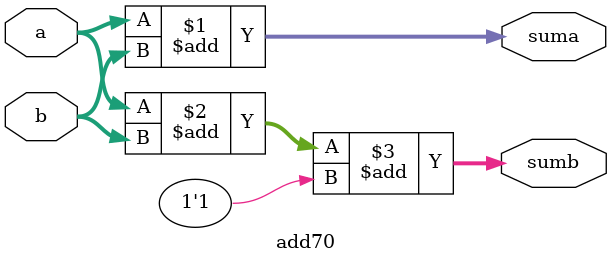
<source format=v>
module mpadderD (
  input wire clk,
  input wire reset,
  input wire subtract,
  input wire [1029:0] in_a,     //1030bits
  input wire [1029:0] in_b,     //1030bits
  output wire [1030:0] result,   //1031bits
  output wire [27:0] prediction
);

    wire [1029:0] MuxB = (subtract) ? ~in_b : in_b;
    wire [1030:0] Sum;
    
    
    wire [1030:0] sumA;
    wire [1030:64] sumB;
    
    wire [14:0] carryA;
    wire [14:1] carryB;
    
    wire carry1;
    wire carry2;
    wire carry3;
    wire carry4;
    wire carry5;
    wire carry6;
    wire carry7;
    wire carry8;
    wire carry9;
    wire carry10;
    wire carry11;
    wire carry12;
    wire carry13;
    wire carry14;
    wire carry15;
    
  assign prediction = sumA[27:0];
  assign {carryA[0],sumA[63:0]} = in_a[63:0] + MuxB[63:0] + subtract;   
  //assign {carryB[0],sumB[63:0]} = 65'b0;
  add64 A2(in_a[127:64], MuxB[127:64],sumA[127:64], carryA[1], sumB[127:64], carryB[1]);
  add64 A3(in_a[191:128], MuxB[191:128],sumA[191:128], carryA[2], sumB[191:128], carryB[2]);
  add64 A4(in_a[255:192], MuxB[255:192],sumA[255:192], carryA[3], sumB[255:192], carryB[3]);
  add64 A5(in_a[319:256], MuxB[319:256],sumA[319:256], carryA[4], sumB[319:256], carryB[4]);
  add64 A6(in_a[383:320], MuxB[383:320],sumA[383:320], carryA[5], sumB[383:320], carryB[5]);
  add64 A7(in_a[447:384], MuxB[447:384],sumA[447:384], carryA[6], sumB[447:384], carryB[6]);
  add64 A8(in_a[511:448], MuxB[511:448],sumA[511:448], carryA[7], sumB[511:448], carryB[7]);
  add64 A9(in_a[575:512], MuxB[575:512],sumA[575:512], carryA[8], sumB[575:512], carryB[8]);
  add64 A10(in_a[639:576], MuxB[639:576],sumA[639:576], carryA[9], sumB[639:576], carryB[9]);
  add64 A11(in_a[703:640], MuxB[703:640],sumA[703:640], carryA[10], sumB[703:640], carryB[10]);
  add64 A12(in_a[767:704], MuxB[767:704],sumA[767:704], carryA[11], sumB[767:704], carryB[11]);
  add64 A13(in_a[831:768], MuxB[831:768],sumA[831:768], carryA[12], sumB[831:768], carryB[12]);
  add64 A14(in_a[895:832], MuxB[895:832],sumA[895:832], carryA[13], sumB[895:832], carryB[13]);
  add64 A15(in_a[959:896], MuxB[959:896],sumA[959:896], carryA[14], sumB[959:896], carryB[14]);
  add70 A16(in_a[1029:960], MuxB[1029:960],sumA[1030:960], sumB[1030:960]);
  

    


  reg [1030:0] regA;
  reg [1030:64] regB;
  reg [14:0] regcA;
  reg [14:1] regcB;
  reg sub;
  always @(posedge clk) 
  begin
    if (reset) begin
        regA <= 1031'b0;
        regB <= 1031'b0;
        regcA <= 15'b0;
        regcB <= 15'b0;
        sub <= 1'b0;
    end else begin
        regA <= sumA;
        regB <= sumB;
        regcA <= carryA;
        regcB <= carryB;
        sub <= subtract;
    end
  end  
  
    assign carry1 = regcA[0];
    assign carry2 = carry1? regcB[1]: regcA[1];
    assign carry3 = carry2? regcB[2]: regcA[2];
    assign carry4 = carry3? regcB[3]: regcA[3];
    assign carry5 = carry4? regcB[4]: regcA[4];
    assign carry6 = carry5? regcB[5]: regcA[5];
    assign carry7 = carry6? regcB[6]: regcA[6];
    assign carry8 = carry7? regcB[7]: regcA[7];
    assign carry9 = carry8? regcB[8]: regcA[8];
    assign carry10 = carry9? regcB[9]: regcA[9];
    assign carry11 = carry10? regcB[10]: regcA[10];
    assign carry12 = carry11? regcB[11]: regcA[11];
    assign carry13 = carry12? regcB[12]: regcA[12];
    assign carry14 = carry13? regcB[13]: regcA[13];
    assign carry15 = carry14? regcB[14]: regcA[14];
  
    assign Sum[63:0] = regA[63:0];
    assign Sum[127:64] = carry1? regB[127:64]: regA[127:64];
    assign Sum[191:128] = carry2? regB[191:128]: regA[191:128];
    assign Sum[255:192] = carry3? regB[255:192]: regA[255:192];
    assign Sum[319:256] = carry4? regB[319:256]: regA[319:256];
    assign Sum[383:320] = carry5? regB[383:320]: regA[383:320];
    assign Sum[447:384] = carry6? regB[447:384]: regA[447:384];
    assign Sum[511:448] = carry7? regB[511:448]: regA[511:448];
    assign Sum[575:512] = carry8? regB[575:512]: regA[575:512];
    assign Sum[639:576] = carry9? regB[639:576]: regA[639:576];
    assign Sum[703:640] = carry10? regB[703:640]: regA[703:640];
    assign Sum[767:704] = carry11? regB[767:704]: regA[767:704];
    assign Sum[831:768] = carry12? regB[831:768]: regA[831:768];
    assign Sum[895:832] = carry13? regB[895:832]: regA[895:832];
    assign Sum[959:896] = carry14? regB[959:896]: regA[959:896];
    assign Sum[1030:960] = carry15? regB[1030:960]: regA[1030:960];
  

  wire carry_out = sub ^ Sum[1030];
  assign result = {carry_out, Sum[1029:0]};


endmodule

module add64(
    input wire [63:0] a,
    input wire [63:0] b,
    output wire [63:0] suma,
    output wire carrya,
    output wire [63:0] sumb,
    output wire carryb
    );
    
    assign {carrya, suma} = a+b;
    assign {carryb, sumb} = a+b+1'b1;
    
    
endmodule

module add70(
    input wire [69:0] a,
    input wire [69:0] b,
    output wire [70:0] suma,
    output wire [70:0] sumb
    );
    
    assign suma= a+b;
    assign sumb = a+b+1'b1;
    
    
endmodule

</source>
